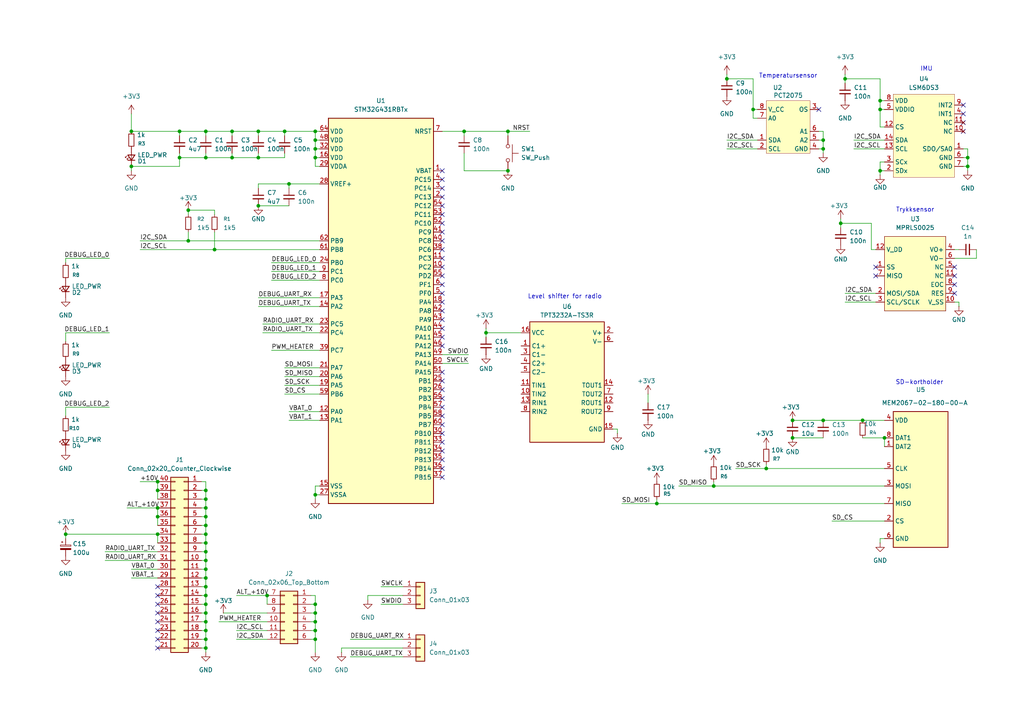
<source format=kicad_sch>
(kicad_sch (version 20250114) (generator "eeschema") (generator_version "9.0")
  (paper "A4")
  (title_block (title "so_26_obc_pcb") (date "2026-01-28") (rev "1") (company "Regine Angermo Birkely"))
  (lib_symbols
    (symbol "Connector_Generic:Conn_01x03" (pin_names (offset 1.016) (hide yes))
      (property "Reference" "J" (at 0 5.08 0))
      (property "Value" "Conn_01x03" (at 0 -5.08 0))
      (symbol "Conn_01x03_1_1"
        (pin passive line (at -5.08 2.54 0) (length 3.81) (name "Pin_1") (number "1"))
        (pin passive line (at -5.08 0 0) (length 3.81) (name "Pin_2") (number "2"))
        (pin passive line (at -5.08 -2.54 0) (length 3.81) (name "Pin_3") (number "3"))
      )
    )
    (symbol "Connector_Generic:Conn_02x06_Top_Bottom" (pin_names (offset 1.016) (hide yes))
      (property "Reference" "J" (at 1.27 7.62 0))
      (property "Value" "Conn_02x06_Top_Bottom" (at 1.27 -10.16 0))
      (symbol "Conn_02x06_Top_Bottom_1_1"
        (pin passive line (at -5.08 5.08 0) (length 3.81) (name "Pin_1") (number "1"))
        (pin passive line (at -5.08 2.54 0) (length 3.81) (name "Pin_2") (number "2"))
        (pin passive line (at -5.08 0 0) (length 3.81) (name "Pin_3") (number "3"))
        (pin passive line (at -5.08 -2.54 0) (length 3.81) (name "Pin_4") (number "4"))
        (pin passive line (at -5.08 -5.08 0) (length 3.81) (name "Pin_5") (number "5"))
        (pin passive line (at -5.08 -7.62 0) (length 3.81) (name "Pin_6") (number "6"))
        (pin passive line (at 7.62 5.08 180) (length 3.81) (name "Pin_7") (number "7"))
        (pin passive line (at 7.62 2.54 180) (length 3.81) (name "Pin_8") (number "8"))
        (pin passive line (at 7.62 0 180) (length 3.81) (name "Pin_9") (number "9"))
        (pin passive line (at 7.62 -2.54 180) (length 3.81) (name "Pin_10") (number "10"))
        (pin passive line (at 7.62 -5.08 180) (length 3.81) (name "Pin_11") (number "11"))
        (pin passive line (at 7.62 -7.62 180) (length 3.81) (name "Pin_12") (number "12"))
      )
    )
    (symbol "Connector_Generic:Conn_02x20_Counter_Clockwise" (pin_names (offset 1.016) (hide yes))
      (property "Reference" "J" (at 1.27 25.4 0))
      (property "Value" "Conn_02x20_Counter_Clockwise" (at 1.27 -27.94 0))
      (symbol "Conn_02x20_Counter_Clockwise_1_1"
        (pin passive line (at -5.08 22.86 0) (length 3.81) (name "Pin_1") (number "1"))
        (pin passive line (at -5.08 20.32 0) (length 3.81) (name "Pin_2") (number "2"))
        (pin passive line (at -5.08 17.78 0) (length 3.81) (name "Pin_3") (number "3"))
        (pin passive line (at -5.08 15.24 0) (length 3.81) (name "Pin_4") (number "4"))
        (pin passive line (at -5.08 12.7 0) (length 3.81) (name "Pin_5") (number "5"))
        (pin passive line (at -5.08 10.16 0) (length 3.81) (name "Pin_6") (number "6"))
        (pin passive line (at -5.08 7.62 0) (length 3.81) (name "Pin_7") (number "7"))
        (pin passive line (at -5.08 5.08 0) (length 3.81) (name "Pin_8") (number "8"))
        (pin passive line (at -5.08 2.54 0) (length 3.81) (name "Pin_9") (number "9"))
        (pin passive line (at -5.08 0 0) (length 3.81) (name "Pin_10") (number "10"))
        (pin passive line (at -5.08 -2.54 0) (length 3.81) (name "Pin_11") (number "11"))
        (pin passive line (at -5.08 -5.08 0) (length 3.81) (name "Pin_12") (number "12"))
        (pin passive line (at -5.08 -7.62 0) (length 3.81) (name "Pin_13") (number "13"))
        (pin passive line (at -5.08 -10.16 0) (length 3.81) (name "Pin_14") (number "14"))
        (pin passive line (at -5.08 -12.7 0) (length 3.81) (name "Pin_15") (number "15"))
        (pin passive line (at -5.08 -15.24 0) (length 3.81) (name "Pin_16") (number "16"))
        (pin passive line (at -5.08 -17.78 0) (length 3.81) (name "Pin_17") (number "17"))
        (pin passive line (at -5.08 -20.32 0) (length 3.81) (name "Pin_18") (number "18"))
        (pin passive line (at -5.08 -22.86 0) (length 3.81) (name "Pin_19") (number "19"))
        (pin passive line (at -5.08 -25.4 0) (length 3.81) (name "Pin_20") (number "20"))
        (pin passive line (at 7.62 22.86 180) (length 3.81) (name "Pin_40") (number "40"))
        (pin passive line (at 7.62 20.32 180) (length 3.81) (name "Pin_39") (number "39"))
        (pin passive line (at 7.62 17.78 180) (length 3.81) (name "Pin_38") (number "38"))
        (pin passive line (at 7.62 15.24 180) (length 3.81) (name "Pin_37") (number "37"))
        (pin passive line (at 7.62 12.7 180) (length 3.81) (name "Pin_36") (number "36"))
        (pin passive line (at 7.62 10.16 180) (length 3.81) (name "Pin_35") (number "35"))
        (pin passive line (at 7.62 7.62 180) (length 3.81) (name "Pin_34") (number "34"))
        (pin passive line (at 7.62 5.08 180) (length 3.81) (name "Pin_33") (number "33"))
        (pin passive line (at 7.62 2.54 180) (length 3.81) (name "Pin_32") (number "32"))
        (pin passive line (at 7.62 0 180) (length 3.81) (name "Pin_31") (number "31"))
        (pin passive line (at 7.62 -2.54 180) (length 3.81) (name "Pin_30") (number "30"))
        (pin passive line (at 7.62 -5.08 180) (length 3.81) (name "Pin_29") (number "29"))
        (pin passive line (at 7.62 -7.62 180) (length 3.81) (name "Pin_28") (number "28"))
        (pin passive line (at 7.62 -10.16 180) (length 3.81) (name "Pin_27") (number "27"))
        (pin passive line (at 7.62 -12.7 180) (length 3.81) (name "Pin_26") (number "26"))
        (pin passive line (at 7.62 -15.24 180) (length 3.81) (name "Pin_25") (number "25"))
        (pin passive line (at 7.62 -17.78 180) (length 3.81) (name "Pin_24") (number "24"))
        (pin passive line (at 7.62 -20.32 180) (length 3.81) (name "Pin_23") (number "23"))
        (pin passive line (at 7.62 -22.86 180) (length 3.81) (name "Pin_22") (number "22"))
        (pin passive line (at 7.62 -25.4 180) (length 3.81) (name "Pin_21") (number "21"))
      )
    )
    (symbol "Device:C_Polarized_Small" (pin_numbers (hide yes)) (pin_names (offset 0.254) (hide yes))
      (property "Reference" "C" (at 0.254 1.778 0))
      (property "Value" "C_Polarized_Small" (at 0.254 -2.032 0))
      (symbol "C_Polarized_Small_1_1"
        (pin passive line (at 0 2.54 270) (length 1.8542) (name "~") (number "1"))
        (pin passive line (at 0 -2.54 90) (length 1.8542) (name "~") (number "2"))
      )
    )
    (symbol "Device:C_Small" (pin_numbers (hide yes)) (pin_names (offset 0.254) (hide yes))
      (property "Reference" "C" (at 0.254 1.778 0))
      (property "Value" "C_Small" (at 0.254 -2.032 0))
      (symbol "C_Small_1_1"
        (pin passive line (at 0 2.54 270) (length 2.032) (name "~") (number "1"))
        (pin passive line (at 0 -2.54 90) (length 2.032) (name "~") (number "2"))
      )
    )
    (symbol "Device:LED_Small" (pin_numbers (hide yes)) (pin_names (offset 0.254) (hide yes))
      (property "Reference" "D" (at -1.27 3.175 0))
      (property "Value" "LED_Small" (at -4.445 -2.54 0))
      (symbol "LED_Small_1_1"
        (pin passive line (at -2.54 0 0) (length 1.778) (name "K") (number "1"))
        (pin passive line (at 2.54 0 180) (length 1.778) (name "A") (number "2"))
      )
    )
    (symbol "Device:R_Small" (pin_numbers (hide yes)) (pin_names (offset 0.254) (hide yes))
      (property "Reference" "R" (at 0 0 90))
      (property "Value" "R_Small" (at 1.778 0 90))
      (symbol "R_Small_1_1"
        (pin passive line (at 0 2.54 270) (length 0.762) (name "~") (number "1"))
        (pin passive line (at 0 -2.54 90) (length 0.762) (name "~") (number "2"))
      )
    )
    (symbol "MCU_ST_STM32G4:STM32G431RBTx"
      (property "Reference" "U2" (at 0 50.8 0))
      (property "Value" "STM32G431RBTx" (at 0 48.26 0))
      (symbol "STM32G431RBTx_1_1"
        (pin power_in line (at -17.78 41.91 0) (length 2.54) (name "VDD") (number "64"))
        (pin power_in line (at -17.78 39.37 0) (length 2.54) (name "VDD") (number "48"))
        (pin power_in line (at -17.78 36.83 0) (length 2.54) (name "VDD") (number "32"))
        (pin power_in line (at -17.78 34.29 0) (length 2.54) (name "VDD") (number "16"))
        (pin power_in line (at -17.78 31.75 0) (length 2.54) (name "VDDA") (number "29"))
        (pin input line (at -17.78 26.67 0) (length 2.54) (name "VREF+") (number "28"))
        (pin bidirectional line (at -17.78 10.16 0) (length 2.54) (name "PB9") (number "62"))
        (pin bidirectional line (at -17.78 7.62 0) (length 2.54) (name "PB8") (number "61"))
        (pin bidirectional line (at -17.78 3.81 0) (length 2.54) (name "PB0") (number "24"))
        (pin bidirectional line (at -17.78 1.27 0) (length 2.54) (name "PC1") (number "9"))
        (pin bidirectional line (at -17.78 -1.27 0) (length 2.54) (name "PC0") (number "8"))
        (pin bidirectional line (at -17.78 -6.35 0) (length 2.54) (name "PA3") (number "17"))
        (pin bidirectional line (at -17.78 -8.89 0) (length 2.54) (name "PA2") (number "14"))
        (pin bidirectional line (at -17.78 -13.97 0) (length 2.54) (name "PC5") (number "23"))
        (pin bidirectional line (at -17.78 -16.51 0) (length 2.54) (name "PC4") (number "22"))
        (pin bidirectional line (at -17.78 -21.59 0) (length 2.54) (name "PC7") (number "39"))
        (pin bidirectional line (at -17.78 -26.67 0) (length 2.54) (name "PA7") (number "21"))
        (pin bidirectional line (at -17.78 -29.21 0) (length 2.54) (name "PA6") (number "20"))
        (pin bidirectional line (at -17.78 -31.75 0) (length 2.54) (name "PA5") (number "19"))
        (pin bidirectional line (at -17.78 -34.29 0) (length 2.54) (name "PB6") (number "59"))
        (pin bidirectional line (at -17.78 -39.37 0) (length 2.54) (name "PA0") (number "12"))
        (pin bidirectional line (at -17.78 -41.91 0) (length 2.54) (name "PA1") (number "13"))
        (pin power_in line (at -17.78 -60.96 0) (length 2.54) (name "VSS") (number "15"))
        (pin passive line (at -17.78 -60.96 0) (length 2.54) (hide yes) (name "VSS") (number "31"))
        (pin passive line (at -17.78 -60.96 0) (length 2.54) (hide yes) (name "VSS") (number "47"))
        (pin passive line (at -17.78 -60.96 0) (length 2.54) (hide yes) (name "VSS") (number "63"))
        (pin power_in line (at -17.78 -63.5 0) (length 2.54) (name "VSSA") (number "27"))
        (pin bidirectional line (at 17.78 41.91 180) (length 2.54) (name "NRST") (number "7"))
        (pin power_in line (at 17.78 30.48 180) (length 2.54) (name "VBAT") (number "1"))
        (pin bidirectional line (at 17.78 27.94 180) (length 2.54) (name "PC15") (number "4"))
        (pin bidirectional line (at 17.78 25.4 180) (length 2.54) (name "PC14") (number "3"))
        (pin bidirectional line (at 17.78 22.86 180) (length 2.54) (name "PC13") (number "2"))
        (pin bidirectional line (at 17.78 20.32 180) (length 2.54) (name "PC12") (number "54"))
        (pin bidirectional line (at 17.78 17.78 180) (length 2.54) (name "PC11") (number "53"))
        (pin bidirectional line (at 17.78 15.24 180) (length 2.54) (name "PC10") (number "52"))
        (pin bidirectional line (at 17.78 12.7 180) (length 2.54) (name "PC9") (number "41"))
        (pin bidirectional line (at 17.78 10.16 180) (length 2.54) (name "PC8") (number "40"))
        (pin bidirectional line (at 17.78 7.62 180) (length 2.54) (name "PC6") (number "38"))
        (pin bidirectional line (at 17.78 5.08 180) (length 2.54) (name "PC3") (number "11"))
        (pin bidirectional line (at 17.78 2.54 180) (length 2.54) (name "PC2") (number "10"))
        (pin bidirectional line (at 17.78 0 180) (length 2.54) (name "PD2") (number "55"))
        (pin bidirectional line (at 17.78 -2.54 180) (length 2.54) (name "PF1") (number "6"))
        (pin bidirectional line (at 17.78 -5.08 180) (length 2.54) (name "PF0") (number "5"))
        (pin bidirectional line (at 17.78 -7.62 180) (length 2.54) (name "PA4") (number "18"))
        (pin bidirectional line (at 17.78 -10.16 180) (length 2.54) (name "PA8") (number "42"))
        (pin bidirectional line (at 17.78 -12.7 180) (length 2.54) (name "PA9") (number "43"))
        (pin bidirectional line (at 17.78 -15.24 180) (length 2.54) (name "PA10") (number "44"))
        (pin bidirectional line (at 17.78 -17.78 180) (length 2.54) (name "PA11") (number "45"))
        (pin bidirectional line (at 17.78 -20.32 180) (length 2.54) (name "PA12") (number "46"))
        (pin bidirectional line (at 17.78 -22.86 180) (length 2.54) (name "PA13") (number "49"))
        (pin bidirectional line (at 17.78 -25.4 180) (length 2.54) (name "PA14") (number "50"))
        (pin bidirectional line (at 17.78 -27.94 180) (length 2.54) (name "PA15") (number "51"))
        (pin bidirectional line (at 17.78 -30.48 180) (length 2.54) (name "PB1") (number "25"))
        (pin bidirectional line (at 17.78 -33.02 180) (length 2.54) (name "PB2") (number "26"))
        (pin bidirectional line (at 17.78 -35.56 180) (length 2.54) (name "PB3") (number "56"))
        (pin bidirectional line (at 17.78 -38.1 180) (length 2.54) (name "PB4") (number "57"))
        (pin bidirectional line (at 17.78 -40.64 180) (length 2.54) (name "PB5") (number "58"))
        (pin bidirectional line (at 17.78 -43.18 180) (length 2.54) (name "PB7") (number "60"))
        (pin bidirectional line (at 17.78 -45.72 180) (length 2.54) (name "PB10") (number "30"))
        (pin bidirectional line (at 17.78 -48.26 180) (length 2.54) (name "PB11") (number "33"))
        (pin bidirectional line (at 17.78 -50.8 180) (length 2.54) (name "PB12") (number "34"))
        (pin bidirectional line (at 17.78 -53.34 180) (length 2.54) (name "PB13") (number "35"))
        (pin bidirectional line (at 17.78 -55.88 180) (length 2.54) (name "PB14") (number "36"))
        (pin bidirectional line (at 17.78 -58.42 180) (length 2.54) (name "PB15") (number "37"))
      )
    )
    (symbol "Switch:SW_Push" (pin_numbers (hide yes)) (pin_names (offset 1.016) (hide yes))
      (property "Reference" "SW" (at 1.27 2.54 0))
      (property "Value" "SW_Push" (at 0 -1.524 0))
      (symbol "SW_Push_0_1"
        (pin passive line (at -5.08 0 0) (length 2.54) (name "1") (number "1"))
        (pin passive line (at 5.08 0 180) (length 2.54) (name "2") (number "2"))
      )
    )
    (symbol "Temp_symbol_library:PCT2075"
      (property "Reference" "U2" (at -5.588 18.288 0))
      (property "Value" "PCT2075" (at -2.54 16.51 0))
      (symbol "PCT2075_1_1"
        (pin power_in line (at -11.43 11.43 0) (length 2.54) (name "V_CC") (number "8"))
        (pin input line (at -11.43 8.89 0) (length 2.54) (name "A0") (number "7"))
        (pin input line (at -11.43 2.54 0) (length 2.54) (name "SDA") (number "1"))
        (pin input line (at -11.43 0 0) (length 2.54) (name "SCL") (number "2"))
        (pin input line (at 6.35 11.43 180) (length 2.54) (name "OS") (number "3"))
        (pin input line (at 6.35 5.08 180) (length 2.54) (name "A1") (number "6"))
        (pin input line (at 6.35 2.54 180) (length 2.54) (name "A2") (number "5"))
        (pin input line (at 6.35 0 180) (length 2.54) (name "GND") (number "4"))
      )
    )
    (symbol "power:+3V3" (power) (pin_numbers (hide yes)) (pin_names (offset 0) (hide yes))
      (property "Value" "+3V3" (at 0 3.556 0))
      (symbol "+3V3_1_1"
        (pin power_in line (at 0 0 90) (length 0) (name "~") (number "1"))
      )
    )
    (symbol "power:GND" (power) (pin_numbers (hide yes)) (pin_names (offset 0) (hide yes))
      (property "Value" "GND" (at 0 -3.81 0))
      (symbol "GND_1_1"
        (pin power_in line (at 0 0 270) (length 0) (name "~") (number "1"))
      )
    )
    (symbol "so_26_obc_library: MPRLS0025PA00002A "
      (property "Reference" "U3" (at 10.16 27.94 0))
      (property "Value" "MPRLS0025" (at 10.16 25.4 0))
      (symbol " MPRLS0025PA00002A _1_0"
        (pin power_in line (at -1.27 19.05 0) (length 2.54) (name "V_DD") (number "12"))
        (pin input line (at -1.27 11.43 0) (length 2.54) (name "MISO") (number "7"))
        (pin input line (at -1.27 6.35 0) (length 2.54) (name "MOSI/SDA") (number "2"))
        (pin input line (at -1.27 3.81 0) (length 2.54) (name "SCL/SCLK") (number "3"))
        (pin output line (at 21.59 19.05 180) (length 2.54) (name "VO+") (number "4"))
        (pin output line (at 21.59 16.51 180) (length 2.54) (name "VO-") (number "6"))
        (pin output line (at 21.59 13.97 180) (length 2.54) (name "NC") (number "5"))
        (pin output line (at 21.59 11.43 180) (length 2.54) (name "NC") (number "11"))
        (pin input line (at 21.59 8.89 180) (length 2.54) (name "EOC") (number "8"))
        (pin output line (at 21.59 6.35 180) (length 2.54) (name "RES") (number "9"))
        (pin output line (at 21.59 3.81 180) (length 2.54) (name "V_SS") (number "10"))
      )
      (symbol " MPRLS0025PA00002A _1_1"
        (pin input line (at -1.27 13.97 0) (length 2.54) (name "SS") (number "1"))
      )
    )
    (symbol "so_26_obc_library:LSM6DS3TR"
      (property "Reference" "U4" (at -3.81 -7.62 0))
      (property "Value" "LSM6DS3" (at -3.81 -10.16 0))
      (symbol "LSM6DS3TR_0_0"
        (pin power_in line (at -15.24 -13.97 0) (length 2.54) (name "VDD") (number "8"))
        (pin power_in line (at -15.24 -16.51 0) (length 2.54) (name "VDDIO") (number "5"))
        (pin input line (at -15.24 -21.59 0) (length 2.54) (name "CS") (number "12"))
        (pin bidirectional line (at -15.24 -25.4 0) (length 2.54) (name "SDA") (number "14"))
        (pin input line (at -15.24 -27.94 0) (length 2.54) (name "SCL") (number "13"))
        (pin input line (at -15.24 -31.75 0) (length 2.54) (name "SCx") (number "3"))
        (pin input line (at -15.24 -34.29 0) (length 2.54) (name "SDx") (number "2"))
        (pin output line (at 7.62 -15.24 180) (length 2.54) (name "INT2") (number "9"))
        (pin output line (at 7.62 -17.78 180) (length 2.54) (name "INT1") (number "4"))
        (pin no_connect line (at 7.62 -20.32 180) (length 2.54) (name "NC") (number "11"))
        (pin no_connect line (at 7.62 -22.86 180) (length 2.54) (name "NC") (number "10"))
        (pin bidirectional line (at 7.62 -27.94 180) (length 2.54) (name "SDO/SA0") (number "1"))
        (pin power_in line (at 7.62 -30.48 180) (length 2.54) (name "GND") (number "6"))
        (pin power_in line (at 7.62 -33.02 180) (length 2.54) (name "GND") (number "7"))
      )
    )
    (symbol "so_26_obc_library:MEM2067-02-180-00-A"
      (property "Reference" "U5" (at -22.5425 33.02 0))
      (property "Value" "MEM2067-02-180-00-A" (at -21.336 29.21 0))
      (symbol "MEM2067-02-180-00-A_1_0"
        (pin input line (at -33.02 24.13 0) (length 2.54) (name "VDD") (number "4"))
        (pin input line (at -33.02 19.05 0) (length 2.54) (name "DAT1") (number "8"))
        (pin input line (at -33.02 10.16 0) (length 2.54) (name "CLK") (number "5"))
        (pin input line (at -33.02 5.08 0) (length 2.54) (name "MOSI") (number "3"))
        (pin input line (at -33.02 0 0) (length 2.54) (name "MISO") (number "7"))
        (pin input line (at -33.02 -5.08 0) (length 2.54) (name "CS") (number "2"))
        (pin input line (at -33.02 -10.16 0) (length 2.54) (name "GND") (number "6"))
      )
      (symbol "MEM2067-02-180-00-A_1_1"
        (pin input line (at -33.02 16.51 0) (length 2.54) (name "DAT2") (number "1"))
      )
    )
    (symbol "so_26_obc_library:TPT3232A-TS3R"
      (property "Reference" "U" (at 0 0 0))
      (symbol "TPT3232A-TS3R_1_0"
        (pin power_in line (at -35.56 19.05 0) (length 2.54) (name "VCC") (number "16"))
        (pin input line (at -35.56 12.7 0) (length 2.54) (name "C1-") (number "3"))
        (pin input line (at -35.56 10.16 0) (length 2.54) (name "C2+") (number "4"))
        (pin input line (at -35.56 7.62 0) (length 2.54) (name "C2-") (number "5"))
        (pin input line (at -35.56 3.81 0) (length 2.54) (name "TIN1") (number "11"))
        (pin input line (at -35.56 1.27 0) (length 2.54) (name "TIN2") (number "10"))
        (pin input line (at -35.56 -1.27 0) (length 2.54) (name "RIN1") (number "13"))
        (pin input line (at -35.56 -3.81 0) (length 2.54) (name "RIN2") (number "8"))
        (pin output line (at -8.89 19.05 180) (length 2.54) (name "V+") (number "2"))
        (pin output line (at -8.89 16.51 180) (length 2.54) (name "V-") (number "6"))
        (pin output line (at -8.89 3.81 180) (length 2.54) (name "TOUT1") (number "14"))
        (pin output line (at -8.89 1.27 180) (length 2.54) (name "TOUT2") (number "7"))
        (pin output line (at -8.89 -1.27 180) (length 2.54) (name "ROUT1") (number "12"))
        (pin output line (at -8.89 -3.81 180) (length 2.54) (name "ROUT2") (number "9"))
        (pin output line (at -8.89 -8.89 180) (length 2.54) (name "GND") (number "15"))
      )
      (symbol "TPT3232A-TS3R_1_1"
        (pin input line (at -35.56 15.24 0) (length 2.54) (name "C1+") (number "1"))
      )
    )
  )
  (text "Trykksensor" (at 265.43 60.96 0) (effects (font (size 1.27 1.27))))
  (text "Temperatursensor" (at 228.6 22.098 0) (effects (font (size 1.27 1.27))))
  (text "Level shifter for radio" (at 163.83 86.106 0) (effects (font (size 1.27 1.27))))
  (text "IMU" (at 268.732 20.066 0) (effects (font (size 1.27 1.27))))
  (text "SD-kortholder" (at 266.7 110.998 0) (effects (font (size 1.27 1.27))))
  (junction (at 243.84 64.77))
  (junction (at 59.69 177.8))
  (junction (at 62.23 72.39))
  (junction (at 59.69 180.34))
  (junction (at 147.32 49.53))
  (junction (at 91.44 180.34))
  (junction (at 245.11 22.86))
  (junction (at 67.31 38.1))
  (junction (at 54.61 69.85))
  (junction (at 45.72 139.7))
  (junction (at 59.69 154.94))
  (junction (at 59.69 162.56))
  (junction (at 238.76 40.64))
  (junction (at 218.44 31.75))
  (junction (at 74.93 38.1))
  (junction (at 91.44 45.72))
  (junction (at 59.69 172.72))
  (junction (at 54.61 60.96))
  (junction (at 59.69 165.1))
  (junction (at 59.69 142.24))
  (junction (at 280.67 45.72))
  (junction (at 140.97 96.52))
  (junction (at 250.19 121.92))
  (junction (at 82.55 38.1))
  (junction (at 210.82 22.86))
  (junction (at 91.44 38.1))
  (junction (at 59.69 38.1))
  (junction (at 59.69 149.86))
  (junction (at 52.07 38.1))
  (junction (at 147.32 38.1))
  (junction (at 59.69 187.96))
  (junction (at 190.5 146.05))
  (junction (at 91.44 182.88))
  (junction (at 91.44 177.8))
  (junction (at 59.69 152.4))
  (junction (at 59.69 167.64))
  (junction (at 74.93 59.69))
  (junction (at 45.72 154.94))
  (junction (at 59.69 160.02))
  (junction (at 255.27 49.53))
  (junction (at 207.01 140.97))
  (junction (at 59.69 144.78))
  (junction (at 59.69 185.42))
  (junction (at 91.44 185.42))
  (junction (at 59.69 175.26))
  (junction (at 45.72 147.32))
  (junction (at 222.25 135.89))
  (junction (at 59.69 170.18))
  (junction (at 280.67 48.26))
  (junction (at 59.69 147.32))
  (junction (at 77.47 172.72))
  (junction (at 59.69 157.48))
  (junction (at 229.87 127))
  (junction (at 19.05 154.94))
  (junction (at 91.44 43.18))
  (junction (at 45.72 142.24))
  (junction (at 134.62 38.1))
  (junction (at 67.31 45.72))
  (junction (at 83.82 53.34))
  (junction (at 238.76 43.18))
  (junction (at 256.54 127))
  (junction (at 38.1 38.1))
  (junction (at 59.69 182.88))
  (junction (at 91.44 175.26))
  (junction (at 255.27 31.75))
  (junction (at 74.93 45.72))
  (junction (at 229.87 121.92))
  (junction (at 38.1 48.26))
  (junction (at 91.44 143.51))
  (junction (at 45.72 149.86))
  (junction (at 59.69 45.72))
  (junction (at 238.76 121.92))
  (junction (at 255.27 29.21))
  (junction (at 91.44 40.64))
  (junction (at 52.07 45.72))
  (no_connect (at 45.72 185.42))
  (no_connect (at 128.27 87.63))
  (no_connect (at 45.72 170.18))
  (no_connect (at 128.27 72.39))
  (no_connect (at 45.72 172.72))
  (no_connect (at 128.27 59.69))
  (no_connect (at 128.27 123.19))
  (no_connect (at 128.27 120.65))
  (no_connect (at 279.4 33.02))
  (no_connect (at 128.27 125.73))
  (no_connect (at 279.4 35.56))
  (no_connect (at 128.27 82.55))
  (no_connect (at 128.27 107.95))
  (no_connect (at 45.72 175.26))
  (no_connect (at 128.27 138.43))
  (no_connect (at 276.86 77.47))
  (no_connect (at 45.72 180.34))
  (no_connect (at 128.27 52.07))
  (no_connect (at 128.27 118.11))
  (no_connect (at 45.72 187.96))
  (no_connect (at 276.86 82.55))
  (no_connect (at 128.27 69.85))
  (no_connect (at 128.27 110.49))
  (no_connect (at 128.27 74.93))
  (no_connect (at 128.27 77.47))
  (no_connect (at 128.27 62.23))
  (no_connect (at 128.27 49.53))
  (no_connect (at 128.27 115.57))
  (no_connect (at 128.27 113.03))
  (no_connect (at 128.27 95.25))
  (no_connect (at 276.86 80.01))
  (no_connect (at 128.27 67.31))
  (no_connect (at 128.27 80.01))
  (no_connect (at 128.27 130.81))
  (no_connect (at 128.27 92.71))
  (no_connect (at 45.72 182.88))
  (no_connect (at 279.4 38.1))
  (no_connect (at 254 80.01))
  (no_connect (at 237.49 31.75))
  (no_connect (at 276.86 85.09))
  (no_connect (at 279.4 30.48))
  (no_connect (at 128.27 57.15))
  (no_connect (at 128.27 85.09))
  (no_connect (at 128.27 64.77))
  (no_connect (at 254 77.47))
  (no_connect (at 128.27 90.17))
  (no_connect (at 45.72 177.8))
  (no_connect (at 128.27 135.89))
  (no_connect (at 128.27 133.35))
  (no_connect (at 128.27 97.79))
  (no_connect (at 128.27 100.33))
  (no_connect (at 128.27 128.27))
  (no_connect (at 128.27 54.61))
  (wire (pts (xy 52.07 45.72) (xy 59.69 45.72)))
  (wire (pts (xy 147.32 39.37) (xy 147.32 38.1)))
  (wire (pts (xy 110.49 170.18) (xy 116.84 170.18)))
  (wire (pts (xy 190.5 146.05) (xy 256.54 146.05)))
  (wire (pts (xy 62.23 67.31) (xy 62.23 72.39)))
  (wire (pts (xy 219.71 34.29) (xy 218.44 34.29)))
  (wire (pts (xy 67.31 45.72) (xy 67.31 44.45)))
  (wire (pts (xy 78.74 81.28) (xy 92.71 81.28)))
  (wire (pts (xy 91.44 175.26) (xy 91.44 177.8)))
  (wire (pts (xy 128.27 38.1) (xy 134.62 38.1)))
  (wire (pts (xy 58.42 167.64) (xy 59.69 167.64)))
  (wire (pts (xy 76.2 96.52) (xy 92.71 96.52)))
  (wire (pts (xy 90.17 185.42) (xy 91.44 185.42)))
  (wire (pts (xy 218.44 31.75) (xy 218.44 34.29)))
  (wire (pts (xy 279.4 45.72) (xy 280.67 45.72)))
  (wire (pts (xy 91.44 177.8) (xy 91.44 180.34)))
  (wire (pts (xy 210.82 22.86) (xy 218.44 22.86)))
  (wire (pts (xy 58.42 154.94) (xy 59.69 154.94)))
  (wire (pts (xy 40.64 69.85) (xy 54.61 69.85)))
  (wire (pts (xy 54.61 69.85) (xy 92.71 69.85)))
  (wire (pts (xy 91.44 45.72) (xy 92.71 45.72)))
  (wire (pts (xy 74.93 59.69) (xy 83.82 59.69)))
  (wire (pts (xy 58.42 160.02) (xy 59.69 160.02)))
  (wire (pts (xy 59.69 139.7) (xy 59.69 142.24)))
  (wire (pts (xy 58.42 139.7) (xy 59.69 139.7)))
  (wire (pts (xy 213.36 135.89) (xy 222.25 135.89)))
  (wire (pts (xy 241.3 151.13) (xy 256.54 151.13)))
  (wire (pts (xy 101.6 185.42) (xy 116.84 185.42)))
  (wire (pts (xy 238.76 121.92) (xy 250.19 121.92)))
  (wire (pts (xy 210.82 21.59) (xy 210.82 22.86)))
  (wire (pts (xy 276.86 87.63) (xy 278.13 87.63)))
  (wire (pts (xy 38.1 167.64) (xy 45.72 167.64)))
  (wire (pts (xy 106.68 172.72) (xy 116.84 172.72)))
  (wire (pts (xy 83.82 54.61) (xy 83.82 53.34)))
  (wire (pts (xy 62.23 72.39) (xy 92.71 72.39)))
  (wire (pts (xy 19.05 154.94) (xy 45.72 154.94)))
  (wire (pts (xy 252.73 72.39) (xy 254 72.39)))
  (wire (pts (xy 153.67 38.1) (xy 147.32 38.1)))
  (wire (pts (xy 30.48 160.02) (xy 45.72 160.02)))
  (wire (pts (xy 134.62 39.37) (xy 134.62 38.1)))
  (wire (pts (xy 91.44 143.51) (xy 92.71 143.51)))
  (wire (pts (xy 19.05 118.11) (xy 19.05 120.65)))
  (wire (pts (xy 250.19 127) (xy 256.54 127)))
  (wire (pts (xy 255.27 29.21) (xy 256.54 29.21)))
  (wire (pts (xy 90.17 177.8) (xy 91.44 177.8)))
  (wire (pts (xy 58.42 177.8) (xy 59.69 177.8)))
  (wire (pts (xy 283.21 74.93) (xy 283.21 72.39)))
  (wire (pts (xy 91.44 45.72) (xy 91.44 48.26)))
  (wire (pts (xy 59.69 177.8) (xy 59.69 180.34)))
  (wire (pts (xy 90.17 172.72) (xy 91.44 172.72)))
  (wire (pts (xy 59.69 45.72) (xy 59.69 44.45)))
  (wire (pts (xy 59.69 45.72) (xy 67.31 45.72)))
  (wire (pts (xy 187.96 114.3) (xy 187.96 116.84)))
  (wire (pts (xy 58.42 152.4) (xy 59.69 152.4)))
  (wire (pts (xy 58.42 162.56) (xy 59.69 162.56)))
  (wire (pts (xy 229.87 121.92) (xy 238.76 121.92)))
  (wire (pts (xy 90.17 182.88) (xy 91.44 182.88)))
  (wire (pts (xy 256.54 127) (xy 256.54 129.54)))
  (wire (pts (xy 59.69 172.72) (xy 59.69 175.26)))
  (wire (pts (xy 74.93 38.1) (xy 82.55 38.1)))
  (wire (pts (xy 63.5 180.34) (xy 77.47 180.34)))
  (wire (pts (xy 99.06 189.23) (xy 99.06 187.96)))
  (wire (pts (xy 101.6 190.5) (xy 116.84 190.5)))
  (wire (pts (xy 207.01 140.97) (xy 256.54 140.97)))
  (wire (pts (xy 77.47 172.72) (xy 77.47 175.26)))
  (wire (pts (xy 59.69 147.32) (xy 59.69 149.86)))
  (wire (pts (xy 74.93 88.9) (xy 92.71 88.9)))
  (wire (pts (xy 59.69 182.88) (xy 59.69 185.42)))
  (wire (pts (xy 31.75 118.11) (xy 19.05 118.11)))
  (wire (pts (xy 82.55 111.76) (xy 92.71 111.76)))
  (wire (pts (xy 78.74 101.6) (xy 92.71 101.6)))
  (wire (pts (xy 45.72 139.7) (xy 45.72 142.24)))
  (wire (pts (xy 58.42 172.72) (xy 59.69 172.72)))
  (wire (pts (xy 276.86 72.39) (xy 278.13 72.39)))
  (wire (pts (xy 59.69 142.24) (xy 59.69 144.78)))
  (wire (pts (xy 177.8 124.46) (xy 179.07 124.46)))
  (wire (pts (xy 59.69 39.37) (xy 59.69 38.1)))
  (wire (pts (xy 58.42 147.32) (xy 59.69 147.32)))
  (wire (pts (xy 58.42 165.1) (xy 59.69 165.1)))
  (wire (pts (xy 59.69 185.42) (xy 59.69 187.96)))
  (wire (pts (xy 207.01 139.7) (xy 207.01 140.97)))
  (wire (pts (xy 59.69 167.64) (xy 59.69 170.18)))
  (wire (pts (xy 91.44 144.78) (xy 91.44 143.51)))
  (wire (pts (xy 91.44 182.88) (xy 91.44 185.42)))
  (wire (pts (xy 180.34 146.05) (xy 190.5 146.05)))
  (wire (pts (xy 140.97 96.52) (xy 151.13 96.52)))
  (wire (pts (xy 19.05 96.52) (xy 19.05 99.06)))
  (wire (pts (xy 31.75 96.52) (xy 19.05 96.52)))
  (wire (pts (xy 40.64 72.39) (xy 62.23 72.39)))
  (wire (pts (xy 78.74 78.74) (xy 92.71 78.74)))
  (wire (pts (xy 59.69 38.1) (xy 67.31 38.1)))
  (wire (pts (xy 74.93 86.36) (xy 92.71 86.36)))
  (wire (pts (xy 134.62 49.53) (xy 147.32 49.53)))
  (wire (pts (xy 279.4 43.18) (xy 280.67 43.18)))
  (wire (pts (xy 255.27 50.8) (xy 255.27 49.53)))
  (wire (pts (xy 243.84 66.04) (xy 243.84 64.77)))
  (wire (pts (xy 67.31 45.72) (xy 74.93 45.72)))
  (wire (pts (xy 247.65 43.18) (xy 256.54 43.18)))
  (wire (pts (xy 68.58 185.42) (xy 77.47 185.42)))
  (wire (pts (xy 58.42 170.18) (xy 59.69 170.18)))
  (wire (pts (xy 237.49 40.64) (xy 238.76 40.64)))
  (wire (pts (xy 82.55 38.1) (xy 91.44 38.1)))
  (wire (pts (xy 238.76 40.64) (xy 238.76 43.18)))
  (wire (pts (xy 134.62 38.1) (xy 147.32 38.1)))
  (wire (pts (xy 91.44 180.34) (xy 91.44 182.88)))
  (wire (pts (xy 256.54 46.99) (xy 255.27 46.99)))
  (wire (pts (xy 219.71 31.75) (xy 218.44 31.75)))
  (wire (pts (xy 31.75 74.93) (xy 19.05 74.93)))
  (wire (pts (xy 45.72 147.32) (xy 45.72 149.86)))
  (wire (pts (xy 90.17 175.26) (xy 91.44 175.26)))
  (wire (pts (xy 82.55 39.37) (xy 82.55 38.1)))
  (wire (pts (xy 276.86 74.93) (xy 283.21 74.93)))
  (wire (pts (xy 59.69 149.86) (xy 59.69 152.4)))
  (wire (pts (xy 74.93 53.34) (xy 83.82 53.34)))
  (wire (pts (xy 40.64 139.7) (xy 45.72 139.7)))
  (wire (pts (xy 255.27 157.48) (xy 255.27 156.21)))
  (wire (pts (xy 59.69 160.02) (xy 59.69 162.56)))
  (wire (pts (xy 74.93 39.37) (xy 74.93 38.1)))
  (wire (pts (xy 68.58 182.88) (xy 77.47 182.88)))
  (wire (pts (xy 280.67 45.72) (xy 280.67 48.26)))
  (wire (pts (xy 250.19 121.92) (xy 256.54 121.92)))
  (wire (pts (xy 229.87 127) (xy 238.76 127)))
  (wire (pts (xy 278.13 87.63) (xy 278.13 88.9)))
  (wire (pts (xy 54.61 60.96) (xy 62.23 60.96)))
  (wire (pts (xy 59.69 180.34) (xy 59.69 182.88)))
  (wire (pts (xy 196.85 140.97) (xy 207.01 140.97)))
  (wire (pts (xy 58.42 144.78) (xy 59.69 144.78)))
  (wire (pts (xy 237.49 43.18) (xy 238.76 43.18)))
  (wire (pts (xy 38.1 48.26) (xy 38.1 49.53)))
  (wire (pts (xy 99.06 187.96) (xy 116.84 187.96)))
  (wire (pts (xy 91.44 48.26) (xy 92.71 48.26)))
  (wire (pts (xy 243.84 64.77) (xy 252.73 64.77)))
  (wire (pts (xy 45.72 142.24) (xy 45.72 144.78)))
  (wire (pts (xy 67.31 38.1) (xy 74.93 38.1)))
  (wire (pts (xy 91.44 38.1) (xy 92.71 38.1)))
  (wire (pts (xy 52.07 45.72) (xy 52.07 48.26)))
  (wire (pts (xy 255.27 156.21) (xy 256.54 156.21)))
  (wire (pts (xy 255.27 29.21) (xy 255.27 22.86)))
  (wire (pts (xy 52.07 39.37) (xy 52.07 38.1)))
  (wire (pts (xy 279.4 48.26) (xy 280.67 48.26)))
  (wire (pts (xy 76.2 93.98) (xy 92.71 93.98)))
  (wire (pts (xy 38.1 33.02) (xy 38.1 38.1)))
  (wire (pts (xy 19.05 156.21) (xy 19.05 154.94)))
  (wire (pts (xy 128.27 102.87) (xy 135.89 102.87)))
  (wire (pts (xy 128.27 105.41) (xy 135.89 105.41)))
  (wire (pts (xy 255.27 49.53) (xy 256.54 49.53)))
  (wire (pts (xy 280.67 48.26) (xy 280.67 49.53)))
  (wire (pts (xy 238.76 38.1) (xy 238.76 40.64)))
  (wire (pts (xy 134.62 44.45) (xy 134.62 49.53)))
  (wire (pts (xy 218.44 22.86) (xy 218.44 31.75)))
  (wire (pts (xy 78.74 76.2) (xy 92.71 76.2)))
  (wire (pts (xy 59.69 175.26) (xy 59.69 177.8)))
  (wire (pts (xy 30.48 162.56) (xy 45.72 162.56)))
  (wire (pts (xy 38.1 38.1) (xy 52.07 38.1)))
  (wire (pts (xy 245.11 22.86) (xy 255.27 22.86)))
  (wire (pts (xy 245.11 24.13) (xy 245.11 22.86)))
  (wire (pts (xy 59.69 165.1) (xy 59.69 167.64)))
  (wire (pts (xy 83.82 53.34) (xy 92.71 53.34)))
  (wire (pts (xy 59.69 157.48) (xy 59.69 160.02)))
  (wire (pts (xy 91.44 43.18) (xy 91.44 45.72)))
  (wire (pts (xy 243.84 64.77) (xy 243.84 63.5)))
  (wire (pts (xy 36.83 147.32) (xy 45.72 147.32)))
  (wire (pts (xy 255.27 36.83) (xy 255.27 31.75)))
  (wire (pts (xy 91.44 40.64) (xy 92.71 40.64)))
  (wire (pts (xy 245.11 85.09) (xy 254 85.09)))
  (wire (pts (xy 58.42 180.34) (xy 59.69 180.34)))
  (wire (pts (xy 245.11 22.86) (xy 245.11 21.59)))
  (wire (pts (xy 237.49 38.1) (xy 238.76 38.1)))
  (wire (pts (xy 106.68 173.99) (xy 106.68 172.72)))
  (wire (pts (xy 90.17 180.34) (xy 91.44 180.34)))
  (wire (pts (xy 210.82 43.18) (xy 219.71 43.18)))
  (wire (pts (xy 91.44 140.97) (xy 92.71 140.97)))
  (wire (pts (xy 91.44 40.64) (xy 91.44 43.18)))
  (wire (pts (xy 52.07 38.1) (xy 59.69 38.1)))
  (wire (pts (xy 140.97 95.25) (xy 140.97 96.52)))
  (wire (pts (xy 74.93 53.34) (xy 74.93 54.61)))
  (wire (pts (xy 59.69 162.56) (xy 59.69 165.1)))
  (wire (pts (xy 179.07 124.46) (xy 179.07 125.73)))
  (wire (pts (xy 58.42 185.42) (xy 59.69 185.42)))
  (wire (pts (xy 45.72 154.94) (xy 45.72 157.48)))
  (wire (pts (xy 91.44 172.72) (xy 91.44 175.26)))
  (wire (pts (xy 52.07 45.72) (xy 52.07 44.45)))
  (wire (pts (xy 83.82 121.92) (xy 92.71 121.92)))
  (wire (pts (xy 91.44 185.42) (xy 91.44 189.23)))
  (wire (pts (xy 140.97 96.52) (xy 140.97 97.79)))
  (wire (pts (xy 58.42 142.24) (xy 59.69 142.24)))
  (wire (pts (xy 82.55 114.3) (xy 92.71 114.3)))
  (wire (pts (xy 210.82 40.64) (xy 219.71 40.64)))
  (wire (pts (xy 59.69 154.94) (xy 59.69 157.48)))
  (wire (pts (xy 54.61 67.31) (xy 54.61 69.85)))
  (wire (pts (xy 58.42 175.26) (xy 59.69 175.26)))
  (wire (pts (xy 238.76 43.18) (xy 238.76 44.45)))
  (wire (pts (xy 38.1 48.26) (xy 52.07 48.26)))
  (wire (pts (xy 59.69 187.96) (xy 59.69 189.23)))
  (wire (pts (xy 256.54 31.75) (xy 255.27 31.75)))
  (wire (pts (xy 82.55 45.72) (xy 82.55 44.45)))
  (wire (pts (xy 74.93 45.72) (xy 82.55 45.72)))
  (wire (pts (xy 82.55 109.22) (xy 92.71 109.22)))
  (wire (pts (xy 82.55 106.68) (xy 92.71 106.68)))
  (wire (pts (xy 91.44 38.1) (xy 91.44 40.64)))
  (wire (pts (xy 38.1 165.1) (xy 45.72 165.1)))
  (wire (pts (xy 280.67 43.18) (xy 280.67 45.72)))
  (wire (pts (xy 54.61 60.96) (xy 54.61 62.23)))
  (wire (pts (xy 19.05 74.93) (xy 19.05 76.2)))
  (wire (pts (xy 59.69 170.18) (xy 59.69 172.72)))
  (wire (pts (xy 74.93 45.72) (xy 74.93 44.45)))
  (wire (pts (xy 91.44 43.18) (xy 92.71 43.18)))
  (wire (pts (xy 62.23 62.23) (xy 62.23 60.96)))
  (wire (pts (xy 222.25 134.62) (xy 222.25 135.89)))
  (wire (pts (xy 58.42 187.96) (xy 59.69 187.96)))
  (wire (pts (xy 59.69 144.78) (xy 59.69 147.32)))
  (wire (pts (xy 83.82 119.38) (xy 92.71 119.38)))
  (wire (pts (xy 255.27 29.21) (xy 255.27 31.75)))
  (wire (pts (xy 222.25 135.89) (xy 256.54 135.89)))
  (wire (pts (xy 252.73 64.77) (xy 252.73 72.39)))
  (wire (pts (xy 67.31 39.37) (xy 67.31 38.1)))
  (wire (pts (xy 58.42 157.48) (xy 59.69 157.48)))
  (wire (pts (xy 64.77 177.8) (xy 77.47 177.8)))
  (wire (pts (xy 245.11 87.63) (xy 254 87.63)))
  (wire (pts (xy 91.44 143.51) (xy 91.44 140.97)))
  (wire (pts (xy 190.5 144.78) (xy 190.5 146.05)))
  (wire (pts (xy 68.58 172.72) (xy 77.47 172.72)))
  (wire (pts (xy 45.72 149.86) (xy 45.72 152.4)))
  (wire (pts (xy 58.42 182.88) (xy 59.69 182.88)))
  (wire (pts (xy 110.49 175.26) (xy 116.84 175.26)))
  (wire (pts (xy 59.69 152.4) (xy 59.69 154.94)))
  (wire (pts (xy 255.27 46.99) (xy 255.27 49.53)))
  (wire (pts (xy 256.54 36.83) (xy 255.27 36.83)))
  (wire (pts (xy 247.65 40.64) (xy 256.54 40.64)))
  (wire (pts (xy 58.42 149.86) (xy 59.69 149.86)))
  (label "I2C_SCL" (at 210.82 43.18 0))
  (label "I2C_SCL" (at 40.64 72.39 0))
  (label "I2C_SCL" (at 247.65 43.18 0))
  (label "SD_MISO" (at 196.85 140.97 0))
  (label "SD_SCK" (at 213.36 135.89 0))
  (label "NRST" (at 153.67 38.1 180))
  (label "I2C_SDA" (at 40.64 69.85 0))
  (label "DEBUG_UART_RX" (at 101.6 185.42 0))
  (label "SD_CS" (at 241.3 151.13 0))
  (label "SWDIO" (at 110.49 175.26 0))
  (label "ALT_+10V" (at 36.83 147.32 0))
  (label "ALT_+10V" (at 68.58 172.72 0))
  (label "I2C_SCL" (at 68.58 182.88 0))
  (label "DEBUG_LED_1" (at 78.74 78.74 0))
  (label "I2C_SDA" (at 68.58 185.42 0))
  (label "VBAT_1" (at 83.82 121.92 0))
  (label "DEBUG_LED_0" (at 78.74 76.2 0))
  (label "PWM_HEATER" (at 63.5 180.34 0))
  (label "SD_MOSI" (at 180.34 146.05 0))
  (label "SWCLK" (at 135.89 105.41 180))
  (label "I2C_SDA" (at 245.11 85.09 0))
  (label "SD_MISO" (at 82.55 109.22 0))
  (label "RADIO_UART_TX" (at 30.48 160.02 0))
  (label "RADIO_UART_TX" (at 76.2 96.52 0))
  (label "DEBUG_LED_0" (at 31.75 74.93 180))
  (label "+10V" (at 40.64 139.7 0))
  (label "VBAT_0" (at 38.1 165.1 0))
  (label "I2C_SDA" (at 247.65 40.64 0))
  (label "I2C_SDA" (at 210.82 40.64 0))
  (label "VBAT_1" (at 38.1 167.64 0))
  (label "DEBUG_UART_RX" (at 74.93 86.36 0))
  (label "PWM_HEATER" (at 78.74 101.6 0))
  (label "SWDIO" (at 135.89 102.87 180))
  (label "I2C_SCL" (at 245.11 87.63 0))
  (label "RADIO_UART_RX" (at 76.2 93.98 0))
  (label "DEBUG_UART_TX" (at 74.93 88.9 0))
  (label "SWCLK" (at 110.49 170.18 0))
  (label "DEBUG_LED_1" (at 31.75 96.52 180))
  (label "VBAT_0" (at 83.82 119.38 0))
  (label "SD_CS" (at 82.55 114.3 0))
  (label "DEBUG_LED_2" (at 78.74 81.28 0))
  (label "DEBUG_LED_2" (at 31.75 118.11 180))
  (label "DEBUG_UART_TX" (at 101.6 190.5 0))
  (label "RADIO_UART_RX" (at 30.48 162.56 0))
  (label "SD_SCK" (at 82.55 111.76 0))
  (label "SD_MOSI" (at 82.55 106.68 0))
  (symbol (lib_id "power:+3V3") (at 210.82 21.59 0) (unit 1)
    (property "Reference" "#PWR07" (effects (hide yes)))
    (property "Value" "+3V3" (at 210.82 16.51 0))
    (property "Description" "Power symbol creates a global label with name \"+3V3\"" (effects (hide yes)))
  )
  (symbol (lib_id "power:GND") (at 210.82 27.94 0) (unit 1)
    (property "Reference" "#PWR09" (effects (hide yes)))
    (property "Value" "GND" (at 210.82 33.02 0))
    (property "Description" "Power symbol creates a global label with name \"GND\" , ground" (effects (hide yes)))
  )
  (symbol (lib_id "Device:R_Small") (at 207.01 137.16 180) (unit 1)
    (property "Reference" "R6" (at 211.074 138.176 0) (effects (font (size 1.016 1.016)) (justify left)))
    (property "Value" "10k" (at 212.344 135.636 0) (effects (justify left)))
    (property "Description" "Resistor, small symbol" (effects (hide yes)))
  )
  (symbol (lib_id "Device:C_Small") (at 134.62 41.91 0) (unit 1)
    (property "Reference" "C8" (at 137.16 40.6462 0) (effects (justify left)))
    (property "Value" "100n" (at 137.16 43.1862 0) (effects (justify left)))
    (property "Description" "Unpolarized capacitor, small symbol" (effects (hide yes)))
  )
  (symbol (lib_id "so_26_obc_library:LSM6DS3TR") (at 271.78 15.24 0) (unit 1)
    (property "Reference" "U4" (at 267.97 22.86 0))
    (property "Value" "LSM6DS3" (at 267.97 25.4 0))
    (property "Footprint" "so_26_obc_footprint_library:LGA-14_3x2.5mm_P0.5mm_LayoutBorder3x4y" (effects (hide yes)))
    (property "Datasheet" "https://www.lcsc.com/datasheet/C95230.pdf" (effects (hide yes)))
  )
  (symbol (lib_id "Device:C_Small") (at 229.87 124.46 0) (unit 1)
    (property "Reference" "C12" (at 232.41 123.1962 0) (effects (justify left)))
    (property "Value" "10u" (at 232.41 125.7362 0) (effects (justify left)))
    (property "Description" "Unpolarized capacitor, small symbol" (effects (hide yes)))
  )
  (symbol (lib_id "MCU_ST_STM32G4:STM32G431RBTx") (at 110.49 80.01 0) (unit 1)
    (property "Reference" "U1" (at 110.49 29.21 0))
    (property "Value" "STM32G431RBTx" (at 110.49 31.75 0))
    (property "Footprint" "Package_QFP:LQFP-64_10x10mm_P0.5mm" (effects (hide yes)))
    (property "Datasheet" "https://www.st.com/resource/en/datasheet/stm32g431rb.pdf" (effects (hide yes)))
    (property "Description" "STMicroelectronics Arm Cortex-M4 MCU, 128KB flash, 32KB RAM, 170 MHz, 1.71-3.6V, 52 GPIO, LQFP64" (effects (hide yes)))
  )
  (symbol (lib_id "power:GND") (at 19.05 86.36 0) (unit 1)
    (property "Reference" "#PWR029" (effects (hide yes)))
    (property "Value" "GND" (at 19.05 91.44 0))
    (property "Description" "Power symbol creates a global label with name \"GND\" , ground" (effects (hide yes)))
  )
  (symbol (lib_id "power:GND") (at 106.68 173.99 0) (unit 1)
    (property "Reference" "#PWR028" (effects (hide yes)))
    (property "Value" "GND" (at 106.68 179.07 0))
    (property "Description" "Power symbol creates a global label with name \"GND\" , ground" (effects (hide yes)))
  )
  (symbol (lib_id "power:GND") (at 19.05 130.81 0) (unit 1)
    (property "Reference" "#PWR031" (effects (hide yes)))
    (property "Value" "GND" (at 19.05 135.89 0))
    (property "Description" "Power symbol creates a global label with name \"GND\" , ground" (effects (hide yes)))
  )
  (symbol (lib_id "so_26_obc_library:TPT3232A-TS3R") (at 186.69 115.57 0) (unit 1)
    (property "Reference" "U6" (at 164.465 88.9 0))
    (property "Value" "TPT3232A-TS3R" (at 164.465 91.44 0))
  )
  (symbol (lib_id "Device:LED_Small") (at 38.1 45.72 90) (unit 1)
    (property "Reference" "D1" (at 39.878 46.736 90) (effects (justify right)))
    (property "Value" "LED_PWR" (at 39.878 44.958 90) (effects (justify right)))
    (property "Description" "Light emitting diode, small symbol" (effects (hide yes)))
    (property "Sim.Pin" "1=K 2=A" (effects (hide yes)))
  )
  (symbol (lib_id "Device:C_Small") (at 238.76 124.46 0) (unit 1)
    (property "Reference" "C13" (at 241.3 123.1962 0) (effects (justify left)))
    (property "Value" "100n" (at 241.3 125.7362 0) (effects (justify left)))
    (property "Description" "Unpolarized capacitor, small symbol" (effects (hide yes)))
  )
  (symbol (lib_id "Connector_Generic:Conn_02x20_Counter_Clockwise") (at 53.34 162.56 0) (mirror y) (unit 1)
    (property "Reference" "J1" (at 52.07 133.35 0))
    (property "Value" "Conn_02x20_Counter_Clockwise" (at 52.07 135.89 0))
    (property "Description" "Generic connector, double row, 02x20, counter clockwise pin numbering scheme (similar to DIP package numbering), script generated (kicad-library-utils/schlib/autogen/connector/)" (effects (hide yes)))
  )
  (symbol (lib_id "power:+3V3") (at 207.01 134.62 0) (unit 1)
    (property "Reference" "#PWR022" (effects (hide yes)))
    (property "Value" "+3V3" (at 206.502 130.81 0))
    (property "Description" "Power symbol creates a global label with name \"+3V3\"" (effects (hide yes)))
  )
  (symbol (lib_id "power:GND") (at 238.76 44.45 0) (unit 1)
    (property "Reference" "#PWR06" (effects (hide yes)))
    (property "Value" "GND" (at 238.76 49.53 0))
    (property "Description" "Power symbol creates a global label with name \"GND\" , ground" (effects (hide yes)))
  )
  (symbol (lib_id "Device:C_Small") (at 243.84 68.58 0) (unit 1)
    (property "Reference" "C10" (at 246.38 67.3162 0) (effects (justify left)))
    (property "Value" "100n" (at 246.38 69.8562 0) (effects (justify left)))
    (property "Description" "Unpolarized capacitor, small symbol" (effects (hide yes)))
  )
  (symbol (lib_id "power:GND") (at 179.07 125.73 0) (unit 1)
    (property "Reference" "#PWR033" (effects (hide yes)))
    (property "Value" "GND" (at 179.07 129.794 0))
    (property "Description" "Power symbol creates a global label with name \"GND\" , ground" (effects (hide yes)))
  )
  (symbol (lib_id "power:GND") (at 245.11 29.21 0) (unit 1)
    (property "Reference" "#PWR013" (effects (hide yes)))
    (property "Value" "GND" (at 245.11 34.29 0))
    (property "Description" "Power symbol creates a global label with name \"GND\" , ground" (effects (hide yes)))
  )
  (symbol (lib_id "Device:C_Small") (at 140.97 100.33 0) (unit 1)
    (property "Reference" "C16" (at 143.51 99.0662 0) (effects (justify left)))
    (property "Value" "100n" (at 143.51 101.6062 0) (effects (justify left)))
    (property "Description" "Unpolarized capacitor, small symbol" (effects (hide yes)))
  )
  (symbol (lib_id "power:GND") (at 280.67 49.53 0) (unit 1)
    (property "Reference" "#PWR019" (effects (hide yes)))
    (property "Value" "GND" (at 280.67 54.61 0))
    (property "Description" "Power symbol creates a global label with name \"GND\" , ground" (effects (hide yes)))
  )
  (symbol (lib_id "power:+3V3") (at 222.25 129.54 0) (unit 1)
    (property "Reference" "#PWR023" (effects (hide yes)))
    (property "Value" "+3V3" (at 221.742 125.73 0))
    (property "Description" "Power symbol creates a global label with name \"+3V3\"" (effects (hide yes)))
  )
  (symbol (lib_id "Device:C_Small") (at 74.93 41.91 0) (unit 1)
    (property "Reference" "C4" (at 77.47 40.6462 0) (effects (justify left)))
    (property "Value" "100n" (at 77.47 43.1862 0) (effects (justify left)))
    (property "Description" "Unpolarized capacitor, small symbol" (effects (hide yes)))
  )
  (symbol (lib_id "Switch:SW_Push") (at 147.32 44.45 270) (unit 1)
    (property "Reference" "SW1" (at 151.13 43.1799 90) (effects (justify left)))
    (property "Value" "SW_Push" (at 151.13 45.7199 90) (effects (justify left)))
    (property "Description" "Push button switch, generic, two pins" (effects (hide yes)))
  )
  (symbol (lib_id "power:GND") (at 243.84 71.12 0) (unit 1)
    (property "Reference" "#PWR012" (effects (hide yes)))
    (property "Value" "GND" (at 243.84 75.184 0))
    (property "Description" "Power symbol creates a global label with name \"GND\" , ground" (effects (hide yes)))
  )
  (symbol (lib_id "so_26_obc_library: MPRLS0025PA00002A ") (at 255.27 91.44 0) (unit 1)
    (property "Reference" "U3" (at 265.43 63.5 0))
    (property "Value" "MPRLS0025" (at 265.43 66.04 0))
    (property "Footprint" "so_26_obc_footprint_library:MPRLS0025PA00002A" (effects (hide yes)))
  )
  (symbol (lib_id "Connector_Generic:Conn_01x03") (at 121.92 187.96 0) (unit 1)
    (property "Reference" "J4" (at 124.46 186.6899 0) (effects (justify left)))
    (property "Value" "Conn_01x03" (at 124.46 189.2299 0) (effects (justify left)))
    (property "Description" "Generic connector, single row, 01x03, script generated (kicad-library-utils/schlib/autogen/connector/)" (effects (hide yes)))
  )
  (symbol (lib_id "power:GND") (at 19.05 161.29 0) (unit 1)
    (property "Reference" "#PWR032" (effects (hide yes)))
    (property "Value" "GND" (at 19.05 166.37 0))
    (property "Description" "Power symbol creates a global label with name \"GND\" , ground" (effects (hide yes)))
  )
  (symbol (lib_id "power:GND") (at 59.69 189.23 0) (unit 1)
    (property "Reference" "#PWR025" (effects (hide yes)))
    (property "Value" "GND" (at 59.69 194.31 0))
    (property "Description" "Power symbol creates a global label with name \"GND\" , ground" (effects (hide yes)))
  )
  (symbol (lib_id "Device:C_Small") (at 83.82 57.15 0) (unit 1)
    (property "Reference" "C6" (at 86.36 55.8862 0) (effects (justify left)))
    (property "Value" "100n" (at 86.36 58.4262 0) (effects (justify left)))
    (property "Description" "Unpolarized capacitor, small symbol" (effects (hide yes)))
  )
  (symbol (lib_id "power:GND") (at 187.96 121.92 0) (unit 1)
    (property "Reference" "#PWR037" (effects (hide yes)))
    (property "Value" "GND" (at 187.96 125.984 0))
    (property "Description" "Power symbol creates a global label with name \"GND\" , ground" (effects (hide yes)))
  )
  (symbol (lib_id "power:+3V3") (at 19.05 154.94 0) (unit 1)
    (property "Reference" "#PWR027" (effects (hide yes)))
    (property "Value" "+3V3" (at 19.05 151.384 0))
    (property "Description" "Power symbol creates a global label with name \"+3V3\"" (effects (hide yes)))
  )
  (symbol (lib_id "Temp_symbol_library:PCT2075") (at 231.14 43.18 0) (unit 1)
    (property "Reference" "U2" (at 225.552 25.4 0))
    (property "Value" "PCT2075" (at 228.6 27.686 0))
    (property "Footprint" "so_26_obc_footprint_library:TSSOP-8_3x3mm_P0.65mm" (effects (hide yes)))
    (property "Datasheet" "https://www.nxp.com/docs/en/data-sheet/PCT2075.pdf" (effects (hide yes)))
  )
  (symbol (lib_id "Device:C_Small") (at 210.82 25.4 0) (unit 1)
    (property "Reference" "C9" (at 213.36 24.1362 0) (effects (justify left)))
    (property "Value" "100n" (at 213.36 26.6762 0) (effects (justify left)))
    (property "Description" "Unpolarized capacitor, small symbol" (effects (hide yes)))
  )
  (symbol (lib_id "Device:R_Small") (at 62.23 64.77 0) (unit 1)
    (property "Reference" "R1" (at 64.77 63.4999 0) (effects (font (size 1.016 1.016)) (justify left)))
    (property "Value" "1k5" (at 64.77 66.0399 0) (effects (justify left)))
    (property "Description" "Resistor, small symbol" (effects (hide yes)))
  )
  (symbol (lib_id "Device:R_Small") (at 222.25 132.08 180) (unit 1)
    (property "Reference" "R7" (at 226.314 133.096 0) (effects (font (size 1.016 1.016)) (justify left)))
    (property "Value" "10k" (at 227.33 130.556 0) (effects (justify left)))
    (property "Description" "Resistor, small symbol" (effects (hide yes)))
  )
  (symbol (lib_id "Device:C_Small") (at 52.07 41.91 0) (unit 1)
    (property "Reference" "C2" (at 54.61 40.6462 0) (effects (justify left)))
    (property "Value" "4u7" (at 54.61 43.1862 0) (effects (justify left)))
    (property "Description" "Unpolarized capacitor, small symbol" (effects (hide yes)))
  )
  (symbol (lib_id "Device:LED_Small") (at 19.05 83.82 90) (unit 1)
    (property "Reference" "D2" (at 20.828 84.836 90) (effects (justify right)))
    (property "Value" "LED_PWR" (at 20.828 83.058 90) (effects (justify right)))
    (property "Description" "Light emitting diode, small symbol" (effects (hide yes)))
    (property "Sim.Pin" "1=K 2=A" (effects (hide yes)))
  )
  (symbol (lib_id "power:+3V3") (at 229.87 121.92 0) (unit 1)
    (property "Reference" "#PWR08" (effects (hide yes)))
    (property "Value" "+3V3" (at 229.362 118.11 0))
    (property "Description" "Power symbol creates a global label with name \"+3V3\"" (effects (hide yes)))
  )
  (symbol (lib_id "power:+3V3") (at 140.97 95.25 0) (unit 1)
    (property "Reference" "#PWR034" (effects (hide yes)))
    (property "Value" "+3V3" (at 140.462 91.44 0))
    (property "Description" "Power symbol creates a global label with name \"+3V3\"" (effects (hide yes)))
  )
  (symbol (lib_id "Connector_Generic:Conn_02x06_Top_Bottom") (at 85.09 177.8 0) (mirror y) (unit 1)
    (property "Reference" "J2" (at 83.82 166.37 0))
    (property "Value" "Conn_02x06_Top_Bottom" (at 83.82 168.91 0))
    (property "Description" "Generic connector, double row, 02x06, top/bottom pin numbering scheme (row 1: 1...pins_per_row, row2: pins_per_row+1 ... num_pins), script generated (kicad-library-utils/schlib/autogen/connector/)" (effects (hide yes)))
  )
  (symbol (lib_id "so_26_obc_library:MEM2067-02-180-00-A") (at 289.56 146.05 0) (unit 1)
    (property "Reference" "U5" (at 267.0175 113.03 0))
    (property "Value" "MEM2067-02-180-00-A" (at 268.224 116.84 0))
    (property "Footprint" "so_26_obc_footprint_library:MEM2067-02-180-00-A" (effects (hide yes)))
    (property "Datasheet" "kicad-embed://MEM2067 (1).pdf" (effects (hide yes)))
  )
  (symbol (lib_id "Device:C_Small") (at 59.69 41.91 0) (unit 1)
    (property "Reference" "C1" (at 62.23 40.6462 0) (effects (justify left)))
    (property "Value" "100n" (at 62.23 43.1862 0) (effects (justify left)))
    (property "Description" "Unpolarized capacitor, small symbol" (effects (hide yes)))
  )
  (symbol (lib_id "power:GND") (at 74.93 59.69 0) (unit 1)
    (property "Reference" "#PWR04" (effects (hide yes)))
    (property "Value" "GND" (at 74.93 63.5 0))
    (property "Description" "Power symbol creates a global label with name \"GND\" , ground" (effects (hide yes)))
  )
  (symbol (lib_id "power:GND") (at 99.06 189.23 0) (unit 1)
    (property "Reference" "#PWR016" (effects (hide yes)))
    (property "Value" "GND" (at 99.06 194.31 0))
    (property "Description" "Power symbol creates a global label with name \"GND\" , ground" (effects (hide yes)))
  )
  (symbol (lib_id "Device:C_Small") (at 280.67 72.39 90) (unit 1)
    (property "Reference" "C14" (at 280.6763 66.04 90))
    (property "Value" "1n" (at 280.6763 68.58 90))
    (property "Description" "Unpolarized capacitor, small symbol" (effects (hide yes)))
  )
  (symbol (lib_id "Device:R_Small") (at 38.1 40.64 180) (unit 1)
    (property "Reference" "R3" (at 42.164 41.656 0) (effects (font (size 1.016 1.016)) (justify left)))
    (property "Value" "1k" (at 42.164 39.116 0) (effects (justify left)))
    (property "Description" "Resistor, small symbol" (effects (hide yes)))
  )
  (symbol (lib_id "Device:R_Small") (at 54.61 64.77 0) (unit 1)
    (property "Reference" "R2" (at 57.15 63.4999 0) (effects (font (size 1.016 1.016)) (justify left)))
    (property "Value" "1k5" (at 57.15 66.0399 0) (effects (justify left)))
    (property "Description" "Resistor, small symbol" (effects (hide yes)))
  )
  (symbol (lib_id "power:+3V3") (at 243.84 63.5 0) (unit 1)
    (property "Reference" "#PWR011" (effects (hide yes)))
    (property "Value" "+3V3" (at 243.332 59.69 0))
    (property "Description" "Power symbol creates a global label with name \"+3V3\"" (effects (hide yes)))
  )
  (symbol (lib_id "Device:LED_Small") (at 19.05 128.27 90) (unit 1)
    (property "Reference" "D4" (at 20.828 129.286 90) (effects (justify right)))
    (property "Value" "LED_PWR" (at 20.828 127.508 90) (effects (justify right)))
    (property "Description" "Light emitting diode, small symbol" (effects (hide yes)))
    (property "Sim.Pin" "1=K 2=A" (effects (hide yes)))
  )
  (symbol (lib_id "power:+3V3") (at 64.77 177.8 0) (unit 1)
    (property "Reference" "#PWR026" (effects (hide yes)))
    (property "Value" "+3V3" (at 64.77 174.244 0))
    (property "Description" "Power symbol creates a global label with name \"+3V3\"" (effects (hide yes)))
  )
  (symbol (lib_id "power:GND") (at 147.32 49.53 0) (unit 1)
    (property "Reference" "#PWR05" (effects (hide yes)))
    (property "Value" "GND" (at 147.32 54.61 0))
    (property "Description" "Power symbol creates a global label with name \"GND\" , ground" (effects (hide yes)))
  )
  (symbol (lib_id "Device:R_Small") (at 190.5 142.24 180) (unit 1)
    (property "Reference" "R5" (at 194.564 143.256 0) (effects (font (size 1.016 1.016)) (justify left)))
    (property "Value" "10k" (at 195.834 141.224 0) (effects (justify left)))
    (property "Description" "Resistor, small symbol" (effects (hide yes)))
  )
  (symbol (lib_id "Device:R_Small") (at 19.05 101.6 180) (unit 1)
    (property "Reference" "R9" (at 23.114 102.616 0) (effects (font (size 1.016 1.016)) (justify left)))
    (property "Value" "1k" (at 23.114 100.076 0) (effects (justify left)))
    (property "Description" "Resistor, small symbol" (effects (hide yes)))
  )
  (symbol (lib_id "power:GND") (at 38.1 49.53 0) (unit 1)
    (property "Reference" "#PWR02" (effects (hide yes)))
    (property "Value" "GND" (at 38.1 54.61 0))
    (property "Description" "Power symbol creates a global label with name \"GND\" , ground" (effects (hide yes)))
  )
  (symbol (lib_id "Device:R_Small") (at 19.05 123.19 180) (unit 1)
    (property "Reference" "R10" (at 23.114 124.206 0) (effects (font (size 1.016 1.016)) (justify left)))
    (property "Value" "1k" (at 23.114 121.666 0) (effects (justify left)))
    (property "Description" "Resistor, small symbol" (effects (hide yes)))
  )
  (symbol (lib_id "power:GND") (at 255.27 50.8 0) (unit 1)
    (property "Reference" "#PWR018" (effects (hide yes)))
    (property "Value" "GND" (at 255.27 54.356 0))
    (property "Description" "Power symbol creates a global label with name \"GND\" , ground" (effects (hide yes)))
  )
  (symbol (lib_id "Device:C_Small") (at 245.11 26.67 0) (unit 1)
    (property "Reference" "C11" (at 247.65 25.4062 0) (effects (justify left)))
    (property "Value" "100n" (at 247.65 27.9462 0) (effects (justify left)))
    (property "Description" "Unpolarized capacitor, small symbol" (effects (hide yes)))
  )
  (symbol (lib_id "Connector_Generic:Conn_01x03") (at 121.92 172.72 0) (unit 1)
    (property "Reference" "J3" (at 124.46 171.4499 0) (effects (justify left)))
    (property "Value" "Conn_01x03" (at 124.46 173.9899 0) (effects (justify left)))
    (property "Description" "Generic connector, single row, 01x03, script generated (kicad-library-utils/schlib/autogen/connector/)" (effects (hide yes)))
  )
  (symbol (lib_id "power:GND") (at 140.97 102.87 0) (unit 1)
    (property "Reference" "#PWR035" (effects (hide yes)))
    (property "Value" "GND" (at 140.97 106.934 0))
    (property "Description" "Power symbol creates a global label with name \"GND\" , ground" (effects (hide yes)))
  )
  (symbol (lib_id "power:+3V3") (at 190.5 139.7 0) (unit 1)
    (property "Reference" "#PWR021" (effects (hide yes)))
    (property "Value" "+3V3" (at 189.992 135.89 0))
    (property "Description" "Power symbol creates a global label with name \"+3V3\"" (effects (hide yes)))
  )
  (symbol (lib_id "power:GND") (at 91.44 189.23 0) (unit 1)
    (property "Reference" "#PWR024" (effects (hide yes)))
    (property "Value" "GND" (at 91.44 194.31 0))
    (property "Description" "Power symbol creates a global label with name \"GND\" , ground" (effects (hide yes)))
  )
  (symbol (lib_id "power:+3V3") (at 187.96 114.3 0) (unit 1)
    (property "Reference" "#PWR036" (effects (hide yes)))
    (property "Value" "+3V3" (at 187.452 110.49 0))
    (property "Description" "Power symbol creates a global label with name \"+3V3\"" (effects (hide yes)))
  )
  (symbol (lib_id "power:GND") (at 255.27 157.48 0) (unit 1)
    (property "Reference" "#PWR015" (effects (hide yes)))
    (property "Value" "GND" (at 255.27 162.56 0))
    (property "Description" "Power symbol creates a global label with name \"GND\" , ground" (effects (hide yes)))
  )
  (symbol (lib_id "power:+3V3") (at 38.1 33.02 0) (unit 1)
    (property "Reference" "#PWR03" (effects (hide yes)))
    (property "Value" "+3V3" (at 38.1 27.94 0))
    (property "Description" "Power symbol creates a global label with name \"+3V3\"" (effects (hide yes)))
  )
  (symbol (lib_id "Device:C_Small") (at 67.31 41.91 0) (unit 1)
    (property "Reference" "C3" (at 69.85 40.6462 0) (effects (justify left)))
    (property "Value" "100n" (at 69.85 43.1862 0) (effects (justify left)))
    (property "Description" "Unpolarized capacitor, small symbol" (effects (hide yes)))
  )
  (symbol (lib_id "power:+3V3") (at 54.61 60.96 0) (unit 1)
    (property "Reference" "#PWR017" (effects (hide yes)))
    (property "Value" "+3V3" (at 54.61 57.404 0))
    (property "Description" "Power symbol creates a global label with name \"+3V3\"" (effects (hide yes)))
  )
  (symbol (lib_id "Device:R_Small") (at 19.05 78.74 180) (unit 1)
    (property "Reference" "R8" (at 23.114 79.756 0) (effects (font (size 1.016 1.016)) (justify left)))
    (property "Value" "1k" (at 23.114 77.216 0) (effects (justify left)))
    (property "Description" "Resistor, small symbol" (effects (hide yes)))
  )
  (symbol (lib_id "power:GND") (at 229.87 127 0) (unit 1)
    (property "Reference" "#PWR020" (effects (hide yes)))
    (property "Value" "GND" (at 229.87 131.064 0))
    (property "Description" "Power symbol creates a global label with name \"GND\" , ground" (effects (hide yes)))
  )
  (symbol (lib_id "Device:C_Small") (at 82.55 41.91 0) (unit 1)
    (property "Reference" "C5" (at 85.09 40.6462 0) (effects (justify left)))
    (property "Value" "100n" (at 85.09 43.1862 0) (effects (justify left)))
    (property "Description" "Unpolarized capacitor, small symbol" (effects (hide yes)))
  )
  (symbol (lib_id "power:GND") (at 278.13 88.9 0) (unit 1)
    (property "Reference" "#PWR010" (effects (hide yes)))
    (property "Value" "GND" (at 278.13 92.71 0))
    (property "Description" "Power symbol creates a global label with name \"GND\" , ground" (effects (hide yes)))
  )
  (symbol (lib_id "Device:LED_Small") (at 19.05 106.68 90) (unit 1)
    (property "Reference" "D3" (at 20.828 107.696 90) (effects (justify right)))
    (property "Value" "LED_PWR" (at 20.828 105.918 90) (effects (justify right)))
    (property "Description" "Light emitting diode, small symbol" (effects (hide yes)))
    (property "Sim.Pin" "1=K 2=A" (effects (hide yes)))
  )
  (symbol (lib_id "Device:R_Small") (at 250.19 124.46 180) (unit 1)
    (property "Reference" "R4" (at 254.254 125.476 0) (effects (font (size 1.016 1.016)) (justify left)))
    (property "Value" "10k" (at 254.254 122.936 0) (effects (justify left)))
    (property "Description" "Resistor, small symbol" (effects (hide yes)))
  )
  (symbol (lib_id "power:+3V3") (at 245.11 21.59 0) (unit 1)
    (property "Reference" "#PWR014" (effects (hide yes)))
    (property "Value" "+3V3" (at 245.11 16.51 0))
    (property "Description" "Power symbol creates a global label with name \"+3V3\"" (effects (hide yes)))
  )
  (symbol (lib_id "power:GND") (at 19.05 109.22 0) (unit 1)
    (property "Reference" "#PWR030" (effects (hide yes)))
    (property "Value" "GND" (at 19.05 114.3 0))
    (property "Description" "Power symbol creates a global label with name \"GND\" , ground" (effects (hide yes)))
  )
  (symbol (lib_id "Device:C_Small") (at 74.93 57.15 0) (unit 1)
    (property "Reference" "C7" (at 77.47 55.8862 0) (effects (justify left)))
    (property "Value" "4u7" (at 77.47 58.4262 0) (effects (justify left)))
    (property "Description" "Unpolarized capacitor, small symbol" (effects (hide yes)))
  )
  (symbol (lib_id "Device:C_Small") (at 187.96 119.38 0) (unit 1)
    (property "Reference" "C17" (at 190.5 118.1162 0) (effects (justify left)))
    (property "Value" "100n" (at 190.5 120.6562 0) (effects (justify left)))
    (property "Description" "Unpolarized capacitor, small symbol" (effects (hide yes)))
  )
  (symbol (lib_id "Device:C_Polarized_Small") (at 19.05 158.75 0) (unit 1)
    (property "Reference" "C15" (at 21.082 157.734 0) (effects (justify left)))
    (property "Value" "100u" (at 21.082 160.274 0) (effects (justify left)))
    (property "Description" "Polarized capacitor, small symbol" (effects (hide yes)))
  )
  (symbol (lib_id "power:GND") (at 91.44 144.78 0) (unit 1)
    (property "Reference" "#PWR01" (effects (hide yes)))
    (property "Value" "GND" (at 91.44 149.86 0))
    (property "Description" "Power symbol creates a global label with name \"GND\" , ground" (effects (hide yes)))
  )
)
</source>
